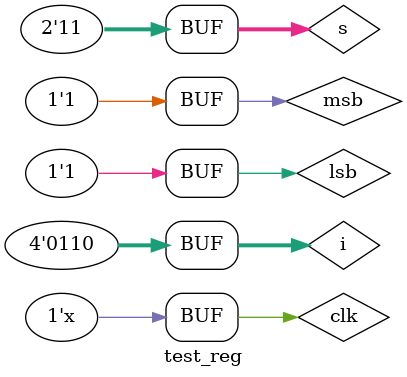
<source format=v>
module test_reg;

reg [3:0]i;
reg [1:0]s;
wire [3:0]f;
reg clk, clear, msb, lsb;

shift_reg sr1(i, f, s, msb, lsb, clk, clear);

always
    #5
    clk = ~clk;

initial begin
    i = 4'b0110;
    msb = 1; lsb = 1;
    s = 2'b00; #10
    s = 2'b01; #10
    s = 2'b10; #10
    s = 2'b11; #10
    s = 2'b11;
end

initial begin
    $dumpfile("dump.vcd");
    $dumpvars(1);
end

endmodule
</source>
